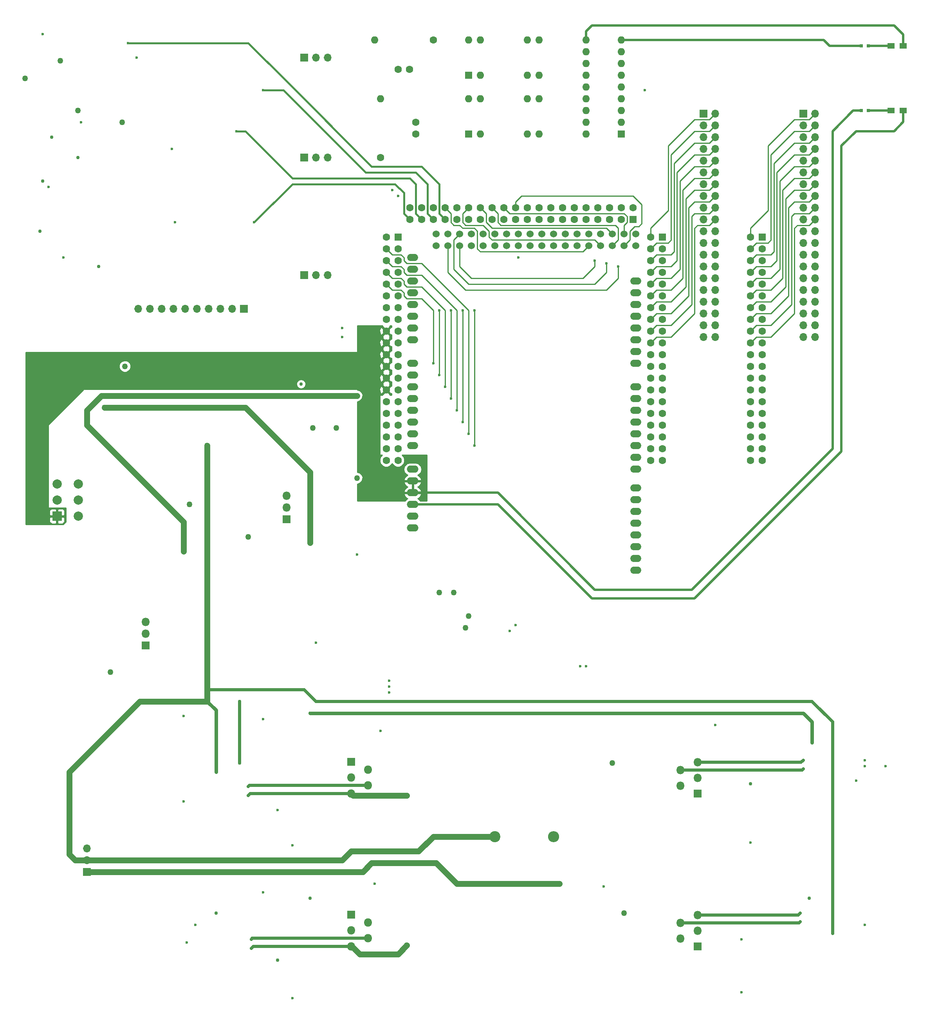
<source format=gbr>
G04 #@! TF.FileFunction,Copper,L4,Bot,Signal*
%FSLAX46Y46*%
G04 Gerber Fmt 4.6, Leading zero omitted, Abs format (unit mm)*
G04 Created by KiCad (PCBNEW 4.0.6) date 07/21/17 01:23:24*
%MOMM*%
%LPD*%
G01*
G04 APERTURE LIST*
%ADD10C,0.100000*%
%ADD11O,2.400000X1.524000*%
%ADD12O,2.540000X1.524000*%
%ADD13C,1.524000*%
%ADD14R,1.600200X1.600200*%
%ADD15C,1.600200*%
%ADD16R,1.700000X1.700000*%
%ADD17O,1.700000X1.700000*%
%ADD18R,2.000000X2.000000*%
%ADD19C,2.000000*%
%ADD20C,1.600000*%
%ADD21R,0.800000X0.800000*%
%ADD22O,1.600000X1.600000*%
%ADD23R,1.500000X1.300000*%
%ADD24C,2.400000*%
%ADD25O,2.400000X2.400000*%
%ADD26R,1.800000X1.800000*%
%ADD27O,1.800000X1.800000*%
%ADD28R,1.600000X1.600000*%
%ADD29C,0.762000*%
%ADD30C,1.270000*%
%ADD31C,0.600000*%
%ADD32C,0.635000*%
%ADD33C,0.508000*%
%ADD34C,1.270000*%
%ADD35C,0.762000*%
%ADD36C,0.381000*%
%ADD37C,0.254000*%
G04 APERTURE END LIST*
D10*
D11*
X144145000Y-92075000D03*
X144145000Y-89535000D03*
X144145000Y-86995000D03*
X144145000Y-84455000D03*
X144145000Y-81915000D03*
X144145000Y-79375000D03*
X144145000Y-76835000D03*
X144145000Y-74295000D03*
X95885000Y-69215000D03*
X95885000Y-71755000D03*
X95885000Y-74295000D03*
X95885000Y-76835000D03*
X95885000Y-86995000D03*
X95885000Y-92075000D03*
X95885000Y-94615000D03*
X95885000Y-84455000D03*
X95885000Y-81915000D03*
X95885000Y-79375000D03*
X95885000Y-97155000D03*
X95885000Y-99695000D03*
X95885000Y-102235000D03*
X95885000Y-109855000D03*
X95885000Y-107315000D03*
X95885000Y-104775000D03*
D12*
X95885000Y-114935000D03*
X95885000Y-117475000D03*
X95885000Y-120015000D03*
X95885000Y-125095000D03*
X95885000Y-127635000D03*
D11*
X144145000Y-97155000D03*
X144145000Y-99695000D03*
X144145000Y-102235000D03*
X144145000Y-104775000D03*
X144145000Y-107315000D03*
X144145000Y-109855000D03*
X144145000Y-112395000D03*
X144145000Y-114935000D03*
X144145000Y-118999000D03*
X144145000Y-121539000D03*
X144145000Y-124079000D03*
X144145000Y-126619000D03*
X144145000Y-129159000D03*
X144145000Y-131699000D03*
X144145000Y-134239000D03*
X144145000Y-136779000D03*
D12*
X95885000Y-122555000D03*
D13*
X141605000Y-66675000D03*
X141605000Y-64135000D03*
X139065000Y-66675000D03*
X139065000Y-64135000D03*
X136525000Y-66675000D03*
X136525000Y-64135000D03*
X133985000Y-66675000D03*
X133985000Y-64135000D03*
X144145000Y-66675000D03*
X144145000Y-64135000D03*
X131445000Y-64135000D03*
X131445000Y-66675000D03*
X128905000Y-66675000D03*
X128905000Y-64135000D03*
X126365000Y-66675000D03*
X126365000Y-64135000D03*
X123825000Y-66675000D03*
X123825000Y-64135000D03*
X121285000Y-66675000D03*
X121285000Y-64135000D03*
X118745000Y-66675000D03*
X118745000Y-64135000D03*
X116205000Y-66675000D03*
X116205000Y-64135000D03*
X113665000Y-66675000D03*
X113665000Y-64135000D03*
X111125000Y-66675000D03*
X111125000Y-64135000D03*
X108585000Y-66675000D03*
X108585000Y-64135000D03*
X106045000Y-66675000D03*
X106045000Y-64135000D03*
X103505000Y-66675000D03*
X103505000Y-64135000D03*
X100965000Y-66675000D03*
X100965000Y-64135000D03*
D14*
X92710000Y-64770000D03*
D15*
X90170000Y-64770000D03*
X92710000Y-67310000D03*
X90170000Y-67310000D03*
X92710000Y-69850000D03*
X90170000Y-69850000D03*
X92710000Y-72390000D03*
X90170000Y-72390000D03*
X92710000Y-74930000D03*
X90170000Y-74930000D03*
X92710000Y-77470000D03*
X90170000Y-77470000D03*
X92710000Y-80010000D03*
X90170000Y-80010000D03*
X92710000Y-82550000D03*
X90170000Y-82550000D03*
X92710000Y-85090000D03*
X90170000Y-85090000D03*
X92710000Y-87630000D03*
X90170000Y-87630000D03*
X92710000Y-90170000D03*
X90170000Y-90170000D03*
X92710000Y-92710000D03*
X90170000Y-92710000D03*
X92710000Y-95250000D03*
X90170000Y-95250000D03*
X92710000Y-97790000D03*
X90170000Y-97790000D03*
X92710000Y-100330000D03*
X90170000Y-100330000D03*
X92710000Y-102870000D03*
X90170000Y-102870000D03*
X92710000Y-105410000D03*
X90170000Y-105410000D03*
X92710000Y-107950000D03*
X90170000Y-107950000D03*
X92710000Y-110490000D03*
X90170000Y-110490000D03*
X92710000Y-113030000D03*
X90170000Y-113030000D03*
D14*
X143510000Y-60960000D03*
D15*
X143510000Y-58420000D03*
X140970000Y-60960000D03*
X140970000Y-58420000D03*
X138430000Y-60960000D03*
X138430000Y-58420000D03*
X135890000Y-60960000D03*
X135890000Y-58420000D03*
X133350000Y-60960000D03*
X133350000Y-58420000D03*
X130810000Y-60960000D03*
X130810000Y-58420000D03*
X128270000Y-60960000D03*
X128270000Y-58420000D03*
X125730000Y-60960000D03*
X125730000Y-58420000D03*
X123190000Y-60960000D03*
X123190000Y-58420000D03*
X120650000Y-60960000D03*
X120650000Y-58420000D03*
X118110000Y-60960000D03*
X118110000Y-58420000D03*
X115570000Y-60960000D03*
X115570000Y-58420000D03*
X113030000Y-60960000D03*
X113030000Y-58420000D03*
X110490000Y-60960000D03*
X110490000Y-58420000D03*
X107950000Y-60960000D03*
X107950000Y-58420000D03*
X105410000Y-60960000D03*
X105410000Y-58420000D03*
X102870000Y-60960000D03*
X102870000Y-58420000D03*
X100330000Y-60960000D03*
X100330000Y-58420000D03*
X97790000Y-60960000D03*
X97790000Y-58420000D03*
X95250000Y-60960000D03*
X95250000Y-58420000D03*
D14*
X149860000Y-64770000D03*
D15*
X147320000Y-64770000D03*
X149860000Y-67310000D03*
X147320000Y-67310000D03*
X149860000Y-69850000D03*
X147320000Y-69850000D03*
X149860000Y-72390000D03*
X147320000Y-72390000D03*
X149860000Y-74930000D03*
X147320000Y-74930000D03*
X149860000Y-77470000D03*
X147320000Y-77470000D03*
X149860000Y-80010000D03*
X147320000Y-80010000D03*
X149860000Y-82550000D03*
X147320000Y-82550000D03*
X149860000Y-85090000D03*
X147320000Y-85090000D03*
X149860000Y-87630000D03*
X147320000Y-87630000D03*
X149860000Y-90170000D03*
X147320000Y-90170000D03*
X149860000Y-92710000D03*
X147320000Y-92710000D03*
X149860000Y-95250000D03*
X147320000Y-95250000D03*
X149860000Y-97790000D03*
X147320000Y-97790000D03*
X149860000Y-100330000D03*
X147320000Y-100330000D03*
X149860000Y-102870000D03*
X147320000Y-102870000D03*
X149860000Y-105410000D03*
X147320000Y-105410000D03*
X149860000Y-107950000D03*
X147320000Y-107950000D03*
X149860000Y-110490000D03*
X147320000Y-110490000D03*
X149860000Y-113030000D03*
X147320000Y-113030000D03*
D14*
X171450000Y-64770000D03*
D15*
X168910000Y-64770000D03*
X171450000Y-67310000D03*
X168910000Y-67310000D03*
X171450000Y-69850000D03*
X168910000Y-69850000D03*
X171450000Y-72390000D03*
X168910000Y-72390000D03*
X171450000Y-74930000D03*
X168910000Y-74930000D03*
X171450000Y-77470000D03*
X168910000Y-77470000D03*
X171450000Y-80010000D03*
X168910000Y-80010000D03*
X171450000Y-82550000D03*
X168910000Y-82550000D03*
X171450000Y-85090000D03*
X168910000Y-85090000D03*
X171450000Y-87630000D03*
X168910000Y-87630000D03*
X171450000Y-90170000D03*
X168910000Y-90170000D03*
X171450000Y-92710000D03*
X168910000Y-92710000D03*
X171450000Y-95250000D03*
X168910000Y-95250000D03*
X171450000Y-97790000D03*
X168910000Y-97790000D03*
X171450000Y-100330000D03*
X168910000Y-100330000D03*
X171450000Y-102870000D03*
X168910000Y-102870000D03*
X171450000Y-105410000D03*
X168910000Y-105410000D03*
X171450000Y-107950000D03*
X168910000Y-107950000D03*
X171450000Y-110490000D03*
X168910000Y-110490000D03*
X171450000Y-113030000D03*
X168910000Y-113030000D03*
D16*
X72390000Y-47625000D03*
D17*
X74930000Y-47625000D03*
X77470000Y-47625000D03*
D16*
X158750000Y-38100000D03*
D17*
X161290000Y-38100000D03*
X158750000Y-40640000D03*
X161290000Y-40640000D03*
X158750000Y-43180000D03*
X161290000Y-43180000D03*
X158750000Y-45720000D03*
X161290000Y-45720000D03*
X158750000Y-48260000D03*
X161290000Y-48260000D03*
X158750000Y-50800000D03*
X161290000Y-50800000D03*
X158750000Y-53340000D03*
X161290000Y-53340000D03*
X158750000Y-55880000D03*
X161290000Y-55880000D03*
X158750000Y-58420000D03*
X161290000Y-58420000D03*
X158750000Y-60960000D03*
X161290000Y-60960000D03*
X158750000Y-63500000D03*
X161290000Y-63500000D03*
X158750000Y-66040000D03*
X161290000Y-66040000D03*
X158750000Y-68580000D03*
X161290000Y-68580000D03*
X158750000Y-71120000D03*
X161290000Y-71120000D03*
X158750000Y-73660000D03*
X161290000Y-73660000D03*
X158750000Y-76200000D03*
X161290000Y-76200000D03*
X158750000Y-78740000D03*
X161290000Y-78740000D03*
X158750000Y-81280000D03*
X161290000Y-81280000D03*
X158750000Y-83820000D03*
X161290000Y-83820000D03*
X158750000Y-86360000D03*
X161290000Y-86360000D03*
D18*
X18972500Y-125102500D03*
D19*
X18972500Y-121602500D03*
X18972500Y-118102500D03*
X23572500Y-125102500D03*
X23572500Y-121602500D03*
X23572500Y-118102500D03*
D20*
X96520000Y-40005000D03*
X96520000Y-42505000D03*
X92710000Y-28575000D03*
X95210000Y-28575000D03*
D21*
X194475000Y-37465000D03*
X192875000Y-37465000D03*
X194475000Y-23495000D03*
X192875000Y-23495000D03*
D16*
X59372500Y-80327500D03*
D17*
X56832500Y-80327500D03*
X54292500Y-80327500D03*
X51752500Y-80327500D03*
X49212500Y-80327500D03*
X46672500Y-80327500D03*
X44132500Y-80327500D03*
X41592500Y-80327500D03*
X39052500Y-80327500D03*
X36512500Y-80327500D03*
D16*
X25400000Y-201930000D03*
D17*
X25400000Y-199390000D03*
X25400000Y-196850000D03*
D20*
X88900000Y-47625000D03*
D22*
X88900000Y-34925000D03*
D20*
X100330000Y-22225000D03*
D22*
X87630000Y-22225000D03*
D23*
X202010000Y-37465000D03*
X199310000Y-37465000D03*
X202010000Y-23495000D03*
X199310000Y-23495000D03*
D24*
X113665000Y-194310000D03*
D25*
X126365000Y-194310000D03*
D26*
X68580000Y-125730000D03*
D27*
X68580000Y-123190000D03*
X68580000Y-120650000D03*
D26*
X38100000Y-153035000D03*
D27*
X38100000Y-150495000D03*
X38100000Y-147955000D03*
D28*
X140970000Y-42545000D03*
D22*
X133350000Y-22225000D03*
X140970000Y-40005000D03*
X133350000Y-24765000D03*
X140970000Y-37465000D03*
X133350000Y-27305000D03*
X140970000Y-34925000D03*
X133350000Y-29845000D03*
X140970000Y-32385000D03*
X133350000Y-32385000D03*
X140970000Y-29845000D03*
X133350000Y-34925000D03*
X140970000Y-27305000D03*
X133350000Y-37465000D03*
X140970000Y-24765000D03*
X133350000Y-40005000D03*
X140970000Y-22225000D03*
X133350000Y-42545000D03*
D28*
X107950000Y-42545000D03*
D22*
X123190000Y-34925000D03*
X110490000Y-42545000D03*
X120650000Y-34925000D03*
X120650000Y-42545000D03*
X110490000Y-34925000D03*
X123190000Y-42545000D03*
X107950000Y-34925000D03*
D28*
X107950000Y-29845000D03*
D22*
X123190000Y-22225000D03*
X110490000Y-29845000D03*
X120650000Y-22225000D03*
X120650000Y-29845000D03*
X110490000Y-22225000D03*
X123190000Y-29845000D03*
X107950000Y-22225000D03*
D16*
X72390000Y-73025000D03*
D17*
X74930000Y-73025000D03*
X77470000Y-73025000D03*
D16*
X72390000Y-26035000D03*
D17*
X74930000Y-26035000D03*
X77470000Y-26035000D03*
D16*
X180340000Y-38100000D03*
D17*
X182880000Y-38100000D03*
X180340000Y-40640000D03*
X182880000Y-40640000D03*
X180340000Y-43180000D03*
X182880000Y-43180000D03*
X180340000Y-45720000D03*
X182880000Y-45720000D03*
X180340000Y-48260000D03*
X182880000Y-48260000D03*
X180340000Y-50800000D03*
X182880000Y-50800000D03*
X180340000Y-53340000D03*
X182880000Y-53340000D03*
X180340000Y-55880000D03*
X182880000Y-55880000D03*
X180340000Y-58420000D03*
X182880000Y-58420000D03*
X180340000Y-60960000D03*
X182880000Y-60960000D03*
X180340000Y-63500000D03*
X182880000Y-63500000D03*
X180340000Y-66040000D03*
X182880000Y-66040000D03*
X180340000Y-68580000D03*
X182880000Y-68580000D03*
X180340000Y-71120000D03*
X182880000Y-71120000D03*
X180340000Y-73660000D03*
X182880000Y-73660000D03*
X180340000Y-76200000D03*
X182880000Y-76200000D03*
X180340000Y-78740000D03*
X182880000Y-78740000D03*
X180340000Y-81280000D03*
X182880000Y-81280000D03*
X180340000Y-83820000D03*
X182880000Y-83820000D03*
X180340000Y-86360000D03*
X182880000Y-86360000D03*
D26*
X82550000Y-178181000D03*
D27*
X86250000Y-179881000D03*
X82550000Y-181581000D03*
X86250000Y-183281000D03*
X82550000Y-184981000D03*
D26*
X82550000Y-211201000D03*
D27*
X86250000Y-212901000D03*
X82550000Y-214601000D03*
X86250000Y-216301000D03*
X82550000Y-218001000D03*
D26*
X157480000Y-218059000D03*
D27*
X153780000Y-216359000D03*
X157480000Y-214659000D03*
X153780000Y-212959000D03*
X157480000Y-211259000D03*
D26*
X157480000Y-185039000D03*
D27*
X153780000Y-183339000D03*
X157480000Y-181639000D03*
X153780000Y-179939000D03*
X157480000Y-178239000D03*
D29*
X58420000Y-165100000D03*
X73660000Y-207645000D03*
X71755000Y-96520000D03*
D30*
X23495000Y-37465000D03*
D29*
X23495000Y-47625000D03*
X27940000Y-71120000D03*
D30*
X47625000Y-122555000D03*
D31*
X167005000Y-216535000D03*
D29*
X168910000Y-182880000D03*
X58420000Y-178435000D03*
D31*
X137160000Y-205105000D03*
X83820000Y-133350000D03*
X168910000Y-195580000D03*
X167005000Y-227965000D03*
X63500000Y-206375000D03*
X44450000Y-61595000D03*
X43815000Y-45720000D03*
X36195000Y-26035000D03*
X74930000Y-152400000D03*
X161290000Y-170180000D03*
X193675000Y-213360000D03*
X191770000Y-182245000D03*
X48895000Y-213360000D03*
X69850000Y-229235000D03*
X69850000Y-196215000D03*
X63500000Y-168910000D03*
X46355000Y-168275000D03*
X20320000Y-69215000D03*
X17145000Y-53975000D03*
X24130000Y-40005000D03*
X15875000Y-20955000D03*
D30*
X30480000Y-158750000D03*
X60325000Y-129540000D03*
X83820000Y-99060000D03*
D29*
X15875000Y-52705000D03*
D30*
X12065000Y-30480000D03*
D29*
X17780000Y-43180000D03*
X15240000Y-63500000D03*
D30*
X46355000Y-132715000D03*
D29*
X73660000Y-167640000D03*
X182245000Y-173990000D03*
X181610000Y-207645000D03*
D31*
X66675000Y-188595000D03*
D29*
X66675000Y-220980000D03*
X53340000Y-174625000D03*
D30*
X83820000Y-116840000D03*
D31*
X146050000Y-33020000D03*
D29*
X53340000Y-210820000D03*
D30*
X51435000Y-109855000D03*
D29*
X186690000Y-182880000D03*
D31*
X186690000Y-215265000D03*
D29*
X53340000Y-180340000D03*
D30*
X94615000Y-185420000D03*
X79375000Y-106045000D03*
X101600000Y-141605000D03*
D31*
X60325000Y-185420000D03*
D30*
X94615000Y-217805000D03*
X104775000Y-141605000D03*
D31*
X60960000Y-218440000D03*
D30*
X107315000Y-149225000D03*
X74295000Y-106045000D03*
X141605000Y-210820000D03*
D31*
X179705000Y-212725000D03*
D30*
X107950000Y-146685000D03*
X139065000Y-178435000D03*
D31*
X180340000Y-179705000D03*
D30*
X19685000Y-26670000D03*
X33655000Y-92710000D03*
X33020000Y-40005000D03*
X73660000Y-130810000D03*
X29210000Y-101600000D03*
D31*
X34290000Y-22860000D03*
X63500000Y-33020000D03*
X57785000Y-41910000D03*
X61595000Y-61595000D03*
X92710000Y-55880000D03*
X91440000Y-54610000D03*
X137795000Y-70485000D03*
X118110000Y-148590000D03*
X90805000Y-163195000D03*
X140335000Y-71120000D03*
X116840000Y-149860000D03*
X193675000Y-179070000D03*
X198120000Y-179070000D03*
X90805000Y-161925000D03*
X46355000Y-186690000D03*
X46990000Y-217170000D03*
X90805000Y-160655000D03*
X193662300Y-177787300D03*
X109220000Y-109855000D03*
X109220000Y-80645000D03*
X107950000Y-107315000D03*
X106680000Y-104775000D03*
X106680000Y-80645000D03*
X105410000Y-102235000D03*
X104140000Y-99695000D03*
X104140000Y-80645000D03*
X102870000Y-97155000D03*
X101600000Y-94615000D03*
X101600000Y-80645000D03*
X100330000Y-92075000D03*
X118745000Y-69215000D03*
X80645000Y-84455000D03*
X80645000Y-86360000D03*
X133350000Y-157480000D03*
X132080000Y-157480000D03*
X88900000Y-171450000D03*
X87630000Y-204470000D03*
D30*
X127635000Y-204470000D03*
X123190000Y-204470000D03*
D31*
X60325000Y-183515000D03*
X60960000Y-216535000D03*
X180340000Y-177800000D03*
X179705000Y-210820000D03*
X135255000Y-69850000D03*
D32*
X58420000Y-166370000D02*
X58420000Y-178435000D01*
X58420000Y-166370000D02*
X58420000Y-165100000D01*
D33*
X140970000Y-22225000D02*
X184785000Y-22225000D01*
X186055000Y-23495000D02*
X192875000Y-23495000D01*
X184785000Y-22225000D02*
X186055000Y-23495000D01*
D34*
X46355000Y-126365000D02*
X25400000Y-105410000D01*
X25400000Y-105410000D02*
X25400000Y-102235000D01*
X25400000Y-102235000D02*
X28575000Y-99060000D01*
X28575000Y-99060000D02*
X71120000Y-99060000D01*
X46355000Y-126365000D02*
X46355000Y-132715000D01*
X83820000Y-99060000D02*
X71120000Y-99060000D01*
D35*
X182245000Y-173990000D02*
X182245000Y-169545000D01*
X180340000Y-167640000D02*
X73660000Y-167640000D01*
X182245000Y-169545000D02*
X180340000Y-167640000D01*
D33*
X202010000Y-23495000D02*
X202010000Y-21035000D01*
X133350000Y-20320000D02*
X133350000Y-22225000D01*
X134620000Y-19050000D02*
X133350000Y-20320000D01*
X200025000Y-19050000D02*
X134620000Y-19050000D01*
X202010000Y-21035000D02*
X200025000Y-19050000D01*
D34*
X113665000Y-194310000D02*
X100330000Y-194310000D01*
X80645000Y-199390000D02*
X25400000Y-199390000D01*
X82550000Y-197485000D02*
X80645000Y-199390000D01*
X97155000Y-197485000D02*
X82550000Y-197485000D01*
X100330000Y-194310000D02*
X97155000Y-197485000D01*
X51435000Y-165100000D02*
X36830000Y-165100000D01*
X36830000Y-165100000D02*
X21590000Y-180340000D01*
X21590000Y-180340000D02*
X21590000Y-198120000D01*
X21590000Y-198120000D02*
X22860000Y-199390000D01*
X22860000Y-199390000D02*
X25400000Y-199390000D01*
D32*
X74930000Y-165100000D02*
X72390000Y-162560000D01*
X72390000Y-162560000D02*
X51435000Y-162560000D01*
X186690000Y-182880000D02*
X186690000Y-169545000D01*
X182245000Y-165100000D02*
X74930000Y-165100000D01*
X186690000Y-169545000D02*
X182245000Y-165100000D01*
X186690000Y-215265000D02*
X186690000Y-182880000D01*
D35*
X53340000Y-180340000D02*
X53340000Y-174625000D01*
X53340000Y-174625000D02*
X53340000Y-167005000D01*
X53340000Y-167005000D02*
X51435000Y-165100000D01*
D34*
X51435000Y-165100000D02*
X51435000Y-162560000D01*
X51435000Y-162560000D02*
X51435000Y-109855000D01*
X94615000Y-185420000D02*
X82989000Y-185420000D01*
X82989000Y-185420000D02*
X82550000Y-184981000D01*
D32*
X60764000Y-184981000D02*
X82550000Y-184981000D01*
X60325000Y-185420000D02*
X60764000Y-184981000D01*
D34*
X82550000Y-218001000D02*
X82746000Y-218001000D01*
X82746000Y-218001000D02*
X84455000Y-219710000D01*
X92710000Y-219710000D02*
X94615000Y-217805000D01*
X84455000Y-219710000D02*
X92710000Y-219710000D01*
D32*
X60960000Y-218440000D02*
X61399000Y-218001000D01*
X61399000Y-218001000D02*
X82550000Y-218001000D01*
X179705000Y-212725000D02*
X179471000Y-212959000D01*
X179471000Y-212959000D02*
X153780000Y-212959000D01*
X180340000Y-179705000D02*
X180106000Y-179939000D01*
X180106000Y-179939000D02*
X153780000Y-179939000D01*
D34*
X73660000Y-130810000D02*
X73660000Y-115570000D01*
X73660000Y-115570000D02*
X59690000Y-101600000D01*
X59690000Y-101600000D02*
X29210000Y-101600000D01*
D33*
X192875000Y-37465000D02*
X191135000Y-37465000D01*
X114300000Y-120015000D02*
X95885000Y-120015000D01*
X135255000Y-140970000D02*
X114300000Y-120015000D01*
X156210000Y-140970000D02*
X135255000Y-140970000D01*
X186690000Y-110490000D02*
X156210000Y-140970000D01*
X186690000Y-41910000D02*
X186690000Y-110490000D01*
X191135000Y-37465000D02*
X186690000Y-41910000D01*
D36*
X68580000Y-31115000D02*
X60325000Y-22860000D01*
X58420000Y-22860000D02*
X34290000Y-22860000D01*
X92075000Y-49530000D02*
X86995000Y-49530000D01*
X97790000Y-49530000D02*
X92075000Y-49530000D01*
X102870000Y-60960000D02*
X101600000Y-59690000D01*
X101600000Y-59690000D02*
X101600000Y-53340000D01*
X101600000Y-53340000D02*
X97790000Y-49530000D01*
X86995000Y-49530000D02*
X68580000Y-31115000D01*
X60325000Y-22860000D02*
X58420000Y-22860000D01*
X92075000Y-50800000D02*
X85725000Y-50800000D01*
X96520000Y-50800000D02*
X92075000Y-50800000D01*
X100330000Y-60960000D02*
X99060000Y-59690000D01*
X99060000Y-59690000D02*
X99060000Y-53340000D01*
X99060000Y-53340000D02*
X96520000Y-50800000D01*
X67945000Y-33020000D02*
X63500000Y-33020000D01*
X85725000Y-50800000D02*
X67945000Y-33020000D01*
X92075000Y-52070000D02*
X69850000Y-52070000D01*
X95250000Y-52070000D02*
X92075000Y-52070000D01*
X97790000Y-60960000D02*
X96520000Y-59690000D01*
X96520000Y-59690000D02*
X96520000Y-53340000D01*
X96520000Y-53340000D02*
X95250000Y-52070000D01*
X59690000Y-41910000D02*
X57785000Y-41910000D01*
X69850000Y-52070000D02*
X59690000Y-41910000D01*
X93980000Y-59690000D02*
X95250000Y-60960000D01*
X93980000Y-59690000D02*
X93980000Y-55245000D01*
X92075000Y-53340000D02*
X93980000Y-55245000D01*
X69850000Y-53340000D02*
X92075000Y-53340000D01*
X69850000Y-53340000D02*
X61595000Y-61595000D01*
D37*
X161290000Y-38100000D02*
X160020000Y-39370000D01*
X156845000Y-39370000D02*
X151130000Y-45085000D01*
X160020000Y-39370000D02*
X156845000Y-39370000D01*
X147320000Y-64770000D02*
X147320000Y-62865000D01*
X147320000Y-62865000D02*
X151130000Y-59055000D01*
X151130000Y-59055000D02*
X151130000Y-45085000D01*
X161290000Y-40640000D02*
X160020000Y-41910000D01*
X156845000Y-41910000D02*
X151765000Y-46990000D01*
X160020000Y-41910000D02*
X156845000Y-41910000D01*
X148590000Y-66040000D02*
X147320000Y-67310000D01*
X151130000Y-66040000D02*
X148590000Y-66040000D01*
X151765000Y-65405000D02*
X151130000Y-66040000D01*
X151765000Y-46990000D02*
X151765000Y-65405000D01*
X161290000Y-43180000D02*
X160020000Y-44450000D01*
X156845000Y-44450000D02*
X152400000Y-48895000D01*
X160020000Y-44450000D02*
X156845000Y-44450000D01*
X147320000Y-69850000D02*
X148590000Y-68580000D01*
X148590000Y-68580000D02*
X151765000Y-68580000D01*
X151765000Y-68580000D02*
X152400000Y-67945000D01*
X152400000Y-67945000D02*
X152400000Y-48895000D01*
X161290000Y-45720000D02*
X160020000Y-46990000D01*
X156845000Y-46990000D02*
X153035000Y-50800000D01*
X160020000Y-46990000D02*
X156845000Y-46990000D01*
X148590000Y-71120000D02*
X147320000Y-72390000D01*
X151765000Y-71120000D02*
X148590000Y-71120000D01*
X153035000Y-69850000D02*
X151765000Y-71120000D01*
X153035000Y-50800000D02*
X153035000Y-69850000D01*
X161290000Y-48260000D02*
X160020000Y-49530000D01*
X156845000Y-49530000D02*
X153670000Y-52705000D01*
X160020000Y-49530000D02*
X156845000Y-49530000D01*
X147320000Y-74930000D02*
X148590000Y-73660000D01*
X148590000Y-73660000D02*
X151765000Y-73660000D01*
X151765000Y-73660000D02*
X153670000Y-71755000D01*
X153670000Y-71755000D02*
X153670000Y-52705000D01*
X161290000Y-50800000D02*
X160020000Y-52070000D01*
X156845000Y-52070000D02*
X154305000Y-54610000D01*
X160020000Y-52070000D02*
X156845000Y-52070000D01*
X148590000Y-76200000D02*
X147320000Y-77470000D01*
X151765000Y-76200000D02*
X148590000Y-76200000D01*
X154305000Y-73660000D02*
X151765000Y-76200000D01*
X154305000Y-54610000D02*
X154305000Y-73660000D01*
X161290000Y-53340000D02*
X160020000Y-54610000D01*
X156845000Y-54610000D02*
X154940000Y-56515000D01*
X160020000Y-54610000D02*
X156845000Y-54610000D01*
X147320000Y-80010000D02*
X148590000Y-78740000D01*
X148590000Y-78740000D02*
X151765000Y-78740000D01*
X151765000Y-78740000D02*
X154940000Y-75565000D01*
X154940000Y-75565000D02*
X154940000Y-56515000D01*
X161290000Y-55880000D02*
X160020000Y-57150000D01*
X156845000Y-57150000D02*
X155575000Y-58420000D01*
X160020000Y-57150000D02*
X156845000Y-57150000D01*
X148590000Y-81280000D02*
X147320000Y-82550000D01*
X151765000Y-81280000D02*
X148590000Y-81280000D01*
X155575000Y-77470000D02*
X151765000Y-81280000D01*
X155575000Y-58420000D02*
X155575000Y-77470000D01*
X156210000Y-60325000D02*
X156845000Y-59690000D01*
X160020000Y-59690000D02*
X161290000Y-58420000D01*
X156845000Y-59690000D02*
X160020000Y-59690000D01*
X147320000Y-85090000D02*
X148590000Y-83820000D01*
X156210000Y-79375000D02*
X156210000Y-60325000D01*
X151765000Y-83820000D02*
X156210000Y-79375000D01*
X148590000Y-83820000D02*
X151765000Y-83820000D01*
X156845000Y-62865000D02*
X157480000Y-62230000D01*
X160020000Y-62230000D02*
X161290000Y-60960000D01*
X157480000Y-62230000D02*
X160020000Y-62230000D01*
X148590000Y-86360000D02*
X147320000Y-87630000D01*
X151765000Y-86360000D02*
X148590000Y-86360000D01*
X156845000Y-81280000D02*
X151765000Y-86360000D01*
X156845000Y-62865000D02*
X156845000Y-81280000D01*
X168910000Y-64770000D02*
X168910000Y-62865000D01*
X181610000Y-39370000D02*
X182880000Y-38100000D01*
X178435000Y-39370000D02*
X181610000Y-39370000D01*
X172720000Y-45085000D02*
X178435000Y-39370000D01*
X172720000Y-59055000D02*
X172720000Y-45085000D01*
X168910000Y-62865000D02*
X172720000Y-59055000D01*
X182880000Y-40640000D02*
X181610000Y-41910000D01*
X170180000Y-66040000D02*
X168910000Y-67310000D01*
X172720000Y-66040000D02*
X170180000Y-66040000D01*
X173355000Y-65405000D02*
X172720000Y-66040000D01*
X173355000Y-46990000D02*
X173355000Y-65405000D01*
X178435000Y-41910000D02*
X173355000Y-46990000D01*
X181610000Y-41910000D02*
X178435000Y-41910000D01*
X168910000Y-69850000D02*
X170180000Y-68580000D01*
X181610000Y-44450000D02*
X182880000Y-43180000D01*
X178435000Y-44450000D02*
X181610000Y-44450000D01*
X173990000Y-48895000D02*
X178435000Y-44450000D01*
X173990000Y-67945000D02*
X173990000Y-48895000D01*
X173355000Y-68580000D02*
X173990000Y-67945000D01*
X170180000Y-68580000D02*
X173355000Y-68580000D01*
X182880000Y-45720000D02*
X181610000Y-46990000D01*
X170180000Y-71120000D02*
X168910000Y-72390000D01*
X173355000Y-71120000D02*
X170180000Y-71120000D01*
X174625000Y-69850000D02*
X173355000Y-71120000D01*
X174625000Y-50800000D02*
X174625000Y-69850000D01*
X178435000Y-46990000D02*
X174625000Y-50800000D01*
X181610000Y-46990000D02*
X178435000Y-46990000D01*
X168910000Y-74930000D02*
X170180000Y-73660000D01*
X181610000Y-49530000D02*
X182880000Y-48260000D01*
X178435000Y-49530000D02*
X181610000Y-49530000D01*
X175260000Y-52705000D02*
X178435000Y-49530000D01*
X175260000Y-71755000D02*
X175260000Y-52705000D01*
X173355000Y-73660000D02*
X175260000Y-71755000D01*
X170180000Y-73660000D02*
X173355000Y-73660000D01*
X182880000Y-50800000D02*
X181610000Y-52070000D01*
X170180000Y-76200000D02*
X168910000Y-77470000D01*
X173355000Y-76200000D02*
X170180000Y-76200000D01*
X175895000Y-73660000D02*
X173355000Y-76200000D01*
X175895000Y-54610000D02*
X175895000Y-73660000D01*
X178435000Y-52070000D02*
X175895000Y-54610000D01*
X181610000Y-52070000D02*
X178435000Y-52070000D01*
X168910000Y-80010000D02*
X170180000Y-78740000D01*
X181610000Y-54610000D02*
X182880000Y-53340000D01*
X178435000Y-54610000D02*
X181610000Y-54610000D01*
X176530000Y-56515000D02*
X178435000Y-54610000D01*
X176530000Y-75565000D02*
X176530000Y-56515000D01*
X173355000Y-78740000D02*
X176530000Y-75565000D01*
X170180000Y-78740000D02*
X173355000Y-78740000D01*
X182880000Y-55880000D02*
X181610000Y-57150000D01*
X170180000Y-81280000D02*
X168910000Y-82550000D01*
X173355000Y-81280000D02*
X170180000Y-81280000D01*
X177165000Y-77470000D02*
X173355000Y-81280000D01*
X177165000Y-58420000D02*
X177165000Y-77470000D01*
X178435000Y-57150000D02*
X177165000Y-58420000D01*
X181610000Y-57150000D02*
X178435000Y-57150000D01*
X168910000Y-85090000D02*
X170180000Y-83820000D01*
X181610000Y-59690000D02*
X182880000Y-58420000D01*
X178435000Y-59690000D02*
X181610000Y-59690000D01*
X177800000Y-60325000D02*
X178435000Y-59690000D01*
X177800000Y-79375000D02*
X177800000Y-60325000D01*
X173355000Y-83820000D02*
X177800000Y-79375000D01*
X170180000Y-83820000D02*
X173355000Y-83820000D01*
X182880000Y-60960000D02*
X181610000Y-62230000D01*
X170180000Y-86360000D02*
X168910000Y-87630000D01*
X173355000Y-86360000D02*
X170180000Y-86360000D01*
X178435000Y-81280000D02*
X173355000Y-86360000D01*
X178435000Y-62865000D02*
X178435000Y-81280000D01*
X179070000Y-62230000D02*
X178435000Y-62865000D01*
X181610000Y-62230000D02*
X179070000Y-62230000D01*
X106045000Y-64135000D02*
X104775000Y-65405000D01*
X137795000Y-72390000D02*
X137795000Y-70485000D01*
X135255000Y-74930000D02*
X137795000Y-72390000D01*
X107950000Y-74930000D02*
X135255000Y-74930000D01*
X104775000Y-71755000D02*
X107950000Y-74930000D01*
X104775000Y-65405000D02*
X104775000Y-71755000D01*
X103505000Y-66675000D02*
X103505000Y-72390000D01*
X140335000Y-73660000D02*
X140335000Y-71120000D01*
X137795000Y-76200000D02*
X140335000Y-73660000D01*
X107315000Y-76200000D02*
X137795000Y-76200000D01*
X103505000Y-72390000D02*
X107315000Y-76200000D01*
X109220000Y-89535000D02*
X109220000Y-80645000D01*
X109220000Y-109855000D02*
X109220000Y-89535000D01*
X107950000Y-89535000D02*
X107950000Y-80645000D01*
X107950000Y-107315000D02*
X107950000Y-89535000D01*
X91440000Y-68580000D02*
X90170000Y-67310000D01*
X93345000Y-68580000D02*
X91440000Y-68580000D01*
X93980000Y-69215000D02*
X93345000Y-68580000D01*
X93980000Y-69850000D02*
X93980000Y-69215000D01*
X94615000Y-70485000D02*
X93980000Y-69850000D01*
X97790000Y-70485000D02*
X94615000Y-70485000D01*
X107950000Y-80645000D02*
X97790000Y-70485000D01*
X106680000Y-89535000D02*
X106680000Y-80645000D01*
X106680000Y-104775000D02*
X106680000Y-89535000D01*
X105410000Y-89535000D02*
X105410000Y-80645000D01*
X105410000Y-102235000D02*
X105410000Y-89535000D01*
X91440000Y-71120000D02*
X90170000Y-69850000D01*
X93345000Y-71120000D02*
X91440000Y-71120000D01*
X93980000Y-71755000D02*
X93345000Y-71120000D01*
X93980000Y-72390000D02*
X93980000Y-71755000D01*
X94615000Y-73025000D02*
X93980000Y-72390000D01*
X97790000Y-73025000D02*
X94615000Y-73025000D01*
X105410000Y-80645000D02*
X97790000Y-73025000D01*
X104140000Y-89535000D02*
X104140000Y-80645000D01*
X104140000Y-99695000D02*
X104140000Y-89535000D01*
X102870000Y-89535000D02*
X102870000Y-80645000D01*
X102870000Y-97155000D02*
X102870000Y-89535000D01*
X91440000Y-73660000D02*
X90170000Y-72390000D01*
X93345000Y-73660000D02*
X91440000Y-73660000D01*
X93980000Y-74295000D02*
X93345000Y-73660000D01*
X93980000Y-74930000D02*
X93980000Y-74295000D01*
X94615000Y-75565000D02*
X93980000Y-74930000D01*
X97790000Y-75565000D02*
X94615000Y-75565000D01*
X102870000Y-80645000D02*
X97790000Y-75565000D01*
X101600000Y-89535000D02*
X101600000Y-80645000D01*
X101600000Y-94615000D02*
X101600000Y-89535000D01*
X100330000Y-89535000D02*
X100330000Y-80645000D01*
X100330000Y-92075000D02*
X100330000Y-89535000D01*
X91440000Y-76200000D02*
X90170000Y-74930000D01*
X93345000Y-76200000D02*
X91440000Y-76200000D01*
X93980000Y-76835000D02*
X93345000Y-76200000D01*
X93980000Y-77470000D02*
X93980000Y-76835000D01*
X94615000Y-78105000D02*
X93980000Y-77470000D01*
X97790000Y-78105000D02*
X94615000Y-78105000D01*
X100330000Y-80645000D02*
X97790000Y-78105000D01*
X142875000Y-63500000D02*
X143891000Y-62484000D01*
X119380000Y-55880000D02*
X118110000Y-57150000D01*
X118110000Y-58420000D02*
X118110000Y-57150000D01*
X142875000Y-65405000D02*
X141605000Y-66675000D01*
X143510000Y-55880000D02*
X120650000Y-55880000D01*
X145415000Y-57785000D02*
X143510000Y-55880000D01*
X145415000Y-60960000D02*
X145415000Y-57785000D01*
X142875000Y-65405000D02*
X142875000Y-63500000D01*
X120650000Y-55880000D02*
X119380000Y-55880000D01*
X145415000Y-61849000D02*
X145415000Y-60960000D01*
X144780000Y-62484000D02*
X145415000Y-61849000D01*
X143891000Y-62484000D02*
X144780000Y-62484000D01*
X141605000Y-64135000D02*
X141605000Y-62230000D01*
X116840000Y-59690000D02*
X115570000Y-58420000D01*
X141605000Y-59690000D02*
X116840000Y-59690000D01*
X142240000Y-60325000D02*
X141605000Y-59690000D01*
X142240000Y-61595000D02*
X142240000Y-60325000D01*
X141605000Y-62230000D02*
X142240000Y-61595000D01*
X139065000Y-66675000D02*
X140335000Y-65405000D01*
X114300000Y-59690000D02*
X113030000Y-58420000D01*
X114300000Y-61595000D02*
X114300000Y-59690000D01*
X114935000Y-62230000D02*
X114300000Y-61595000D01*
X139700000Y-62230000D02*
X114935000Y-62230000D01*
X140335000Y-62865000D02*
X139700000Y-62230000D01*
X140335000Y-65405000D02*
X140335000Y-62865000D01*
X139065000Y-64135000D02*
X137795000Y-62865000D01*
X111760000Y-59690000D02*
X110490000Y-58420000D01*
X111760000Y-61595000D02*
X111760000Y-59690000D01*
X113030000Y-62865000D02*
X111760000Y-61595000D01*
X137795000Y-62865000D02*
X113030000Y-62865000D01*
X107445998Y-62230000D02*
X107315000Y-62230000D01*
X135255000Y-65405000D02*
X113030000Y-65405000D01*
X113030000Y-65405000D02*
X112395000Y-64770000D01*
X112395000Y-64770000D02*
X112395000Y-63500000D01*
X112395000Y-63500000D02*
X111125000Y-62230000D01*
X111125000Y-62230000D02*
X107445998Y-62230000D01*
X136525000Y-66675000D02*
X135255000Y-65405000D01*
X106680000Y-59690000D02*
X107950000Y-58420000D01*
X106680000Y-61595000D02*
X106680000Y-59690000D01*
X107315000Y-62230000D02*
X106680000Y-61595000D01*
X133985000Y-66675000D02*
X132715000Y-67945000D01*
X104140000Y-59690000D02*
X102870000Y-58420000D01*
X104140000Y-61595000D02*
X104140000Y-59690000D01*
X104775000Y-62230000D02*
X104140000Y-61595000D01*
X106045000Y-62230000D02*
X104775000Y-62230000D01*
X106680000Y-62865000D02*
X106045000Y-62230000D01*
X109220000Y-62865000D02*
X106680000Y-62865000D01*
X109855000Y-63500000D02*
X109220000Y-62865000D01*
X109855000Y-67310000D02*
X109855000Y-63500000D01*
X110490000Y-67945000D02*
X109855000Y-67310000D01*
X132715000Y-67945000D02*
X110490000Y-67945000D01*
D33*
X202010000Y-37465000D02*
X202010000Y-39925000D01*
X114300000Y-122555000D02*
X95885000Y-122555000D01*
X134620000Y-142875000D02*
X114300000Y-122555000D01*
X156845000Y-142875000D02*
X134620000Y-142875000D01*
X188595000Y-111125000D02*
X156845000Y-142875000D01*
X188595000Y-45085000D02*
X188595000Y-111125000D01*
X191770000Y-41910000D02*
X188595000Y-45085000D01*
X200025000Y-41910000D02*
X191770000Y-41910000D01*
X202010000Y-39925000D02*
X200025000Y-41910000D01*
D34*
X123190000Y-204470000D02*
X127635000Y-204470000D01*
X25400000Y-201930000D02*
X85090000Y-201930000D01*
X105410000Y-204470000D02*
X123190000Y-204470000D01*
X100965000Y-200025000D02*
X105410000Y-204470000D01*
X86995000Y-200025000D02*
X100965000Y-200025000D01*
X85090000Y-201930000D02*
X86995000Y-200025000D01*
D32*
X60559000Y-183281000D02*
X86250000Y-183281000D01*
X60325000Y-183515000D02*
X60559000Y-183281000D01*
X61194000Y-216301000D02*
X86250000Y-216301000D01*
X60960000Y-216535000D02*
X61194000Y-216301000D01*
X180340000Y-177800000D02*
X179901000Y-178239000D01*
X179901000Y-178239000D02*
X157480000Y-178239000D01*
X179705000Y-210820000D02*
X179266000Y-211259000D01*
X179266000Y-211259000D02*
X157480000Y-211259000D01*
D33*
X157919000Y-210820000D02*
X157480000Y-211259000D01*
D37*
X157919000Y-210820000D02*
X157480000Y-211259000D01*
D33*
X194475000Y-37465000D02*
X199310000Y-37465000D01*
X199310000Y-23495000D02*
X194475000Y-23495000D01*
D37*
X106045000Y-66675000D02*
X106045000Y-71120000D01*
X135255000Y-71120000D02*
X135255000Y-69850000D01*
X132715000Y-73660000D02*
X135255000Y-71120000D01*
X108585000Y-73660000D02*
X132715000Y-73660000D01*
X106045000Y-71120000D02*
X108585000Y-73660000D01*
G36*
X89341788Y-84082183D02*
X90170000Y-84910395D01*
X90998212Y-84082183D01*
X90957488Y-83947000D01*
X91313000Y-83947000D01*
X91313000Y-84302512D01*
X91177817Y-84261788D01*
X90349605Y-85090000D01*
X91177817Y-85918212D01*
X91313000Y-85877488D01*
X91313000Y-86842512D01*
X91177817Y-86801788D01*
X90349605Y-87630000D01*
X91177817Y-88458212D01*
X91313000Y-88417488D01*
X91313000Y-89382512D01*
X91177817Y-89341788D01*
X90349605Y-90170000D01*
X91177817Y-90998212D01*
X91313000Y-90957488D01*
X91313000Y-91922512D01*
X91177817Y-91881788D01*
X90349605Y-92710000D01*
X91177817Y-93538212D01*
X91313000Y-93497488D01*
X91313000Y-94462512D01*
X91177817Y-94421788D01*
X90349605Y-95250000D01*
X91177817Y-96078212D01*
X91313000Y-96037488D01*
X91313000Y-97002512D01*
X91177817Y-96961788D01*
X90349605Y-97790000D01*
X91177817Y-98618212D01*
X91313000Y-98577488D01*
X91313000Y-98933000D01*
X90957488Y-98933000D01*
X90998212Y-98797817D01*
X90170000Y-97969605D01*
X89341788Y-98797817D01*
X89382512Y-98933000D01*
X88900000Y-98933000D01*
X88850590Y-98943006D01*
X88808965Y-98971447D01*
X88781685Y-99013841D01*
X88773000Y-99060000D01*
X88773000Y-99952136D01*
X88735150Y-100043289D01*
X88734652Y-100614207D01*
X88773000Y-100707016D01*
X88773000Y-102492136D01*
X88735150Y-102583289D01*
X88734652Y-103154207D01*
X88773000Y-103247016D01*
X88773000Y-105032136D01*
X88735150Y-105123289D01*
X88734652Y-105694207D01*
X88773000Y-105787016D01*
X88773000Y-107572136D01*
X88735150Y-107663289D01*
X88734652Y-108234207D01*
X88773000Y-108327016D01*
X88773000Y-110112136D01*
X88735150Y-110203289D01*
X88734652Y-110774207D01*
X88773000Y-110867016D01*
X88773000Y-111760000D01*
X88783006Y-111809410D01*
X88811447Y-111851035D01*
X88853841Y-111878315D01*
X88900000Y-111887000D01*
X89283685Y-111887000D01*
X88954091Y-112216020D01*
X88735150Y-112743289D01*
X88734652Y-113314207D01*
X88952672Y-113841857D01*
X89356020Y-114245909D01*
X89883289Y-114464850D01*
X90454207Y-114465348D01*
X90981857Y-114247328D01*
X91385909Y-113843980D01*
X91439862Y-113714047D01*
X91492672Y-113841857D01*
X91896020Y-114245909D01*
X92423289Y-114464850D01*
X92994207Y-114465348D01*
X93521857Y-114247328D01*
X93925909Y-113843980D01*
X94144850Y-113316711D01*
X94145348Y-112745793D01*
X93927328Y-112218143D01*
X93596762Y-111887000D01*
X98933000Y-111887000D01*
X98933000Y-121793000D01*
X97569043Y-121793000D01*
X97418149Y-121567172D01*
X96981887Y-121275670D01*
X97044941Y-121257059D01*
X97470630Y-120913026D01*
X97732260Y-120432277D01*
X97747220Y-120358070D01*
X97624720Y-120142000D01*
X96012000Y-120142000D01*
X96012000Y-120162000D01*
X95758000Y-120162000D01*
X95758000Y-120142000D01*
X94145280Y-120142000D01*
X94022780Y-120358070D01*
X94037740Y-120432277D01*
X94299370Y-120913026D01*
X94725059Y-121257059D01*
X94788113Y-121275670D01*
X94351851Y-121567172D01*
X94200957Y-121793000D01*
X83947000Y-121793000D01*
X83947000Y-118110111D01*
X84071510Y-118110220D01*
X84538458Y-117917282D01*
X84637843Y-117818070D01*
X94022780Y-117818070D01*
X94037740Y-117892277D01*
X94299370Y-118373026D01*
X94725059Y-118717059D01*
X94819723Y-118745000D01*
X94725059Y-118772941D01*
X94299370Y-119116974D01*
X94037740Y-119597723D01*
X94022780Y-119671930D01*
X94145280Y-119888000D01*
X95758000Y-119888000D01*
X95758000Y-117602000D01*
X96012000Y-117602000D01*
X96012000Y-119888000D01*
X97624720Y-119888000D01*
X97747220Y-119671930D01*
X97732260Y-119597723D01*
X97470630Y-119116974D01*
X97044941Y-118772941D01*
X96950277Y-118745000D01*
X97044941Y-118717059D01*
X97470630Y-118373026D01*
X97732260Y-117892277D01*
X97747220Y-117818070D01*
X97624720Y-117602000D01*
X96012000Y-117602000D01*
X95758000Y-117602000D01*
X94145280Y-117602000D01*
X94022780Y-117818070D01*
X84637843Y-117818070D01*
X84896026Y-117560337D01*
X85089779Y-117093727D01*
X85090220Y-116588490D01*
X84897282Y-116121542D01*
X84540337Y-115763974D01*
X84073727Y-115570221D01*
X83947000Y-115570110D01*
X83947000Y-114935000D01*
X93942679Y-114935000D01*
X94049019Y-115469609D01*
X94351851Y-115922828D01*
X94788113Y-116214330D01*
X94725059Y-116232941D01*
X94299370Y-116576974D01*
X94037740Y-117057723D01*
X94022780Y-117131930D01*
X94145280Y-117348000D01*
X95758000Y-117348000D01*
X95758000Y-117328000D01*
X96012000Y-117328000D01*
X96012000Y-117348000D01*
X97624720Y-117348000D01*
X97747220Y-117131930D01*
X97732260Y-117057723D01*
X97470630Y-116576974D01*
X97044941Y-116232941D01*
X96981887Y-116214330D01*
X97418149Y-115922828D01*
X97720981Y-115469609D01*
X97827321Y-114935000D01*
X97720981Y-114400391D01*
X97418149Y-113947172D01*
X96964930Y-113644340D01*
X96430321Y-113538000D01*
X95339679Y-113538000D01*
X94805070Y-113644340D01*
X94351851Y-113947172D01*
X94049019Y-114400391D01*
X93942679Y-114935000D01*
X83947000Y-114935000D01*
X83947000Y-100330111D01*
X84071510Y-100330220D01*
X84538458Y-100137282D01*
X84896026Y-99780337D01*
X85089779Y-99313727D01*
X85090220Y-98808490D01*
X84897282Y-98341542D01*
X84540337Y-97983974D01*
X84073727Y-97790221D01*
X83947000Y-97790110D01*
X83947000Y-97790000D01*
X83936994Y-97740590D01*
X83908553Y-97698965D01*
X83866159Y-97671685D01*
X83820000Y-97663000D01*
X24765000Y-97663000D01*
X24715590Y-97673006D01*
X24675197Y-97700197D01*
X17055197Y-105320197D01*
X17027334Y-105362211D01*
X17018000Y-105410000D01*
X17018000Y-123190000D01*
X17028006Y-123239410D01*
X17056447Y-123281035D01*
X17098841Y-123308315D01*
X17145000Y-123317000D01*
X20828000Y-123317000D01*
X20828000Y-126312394D01*
X20267394Y-126873000D01*
X12192000Y-126873000D01*
X12192000Y-125388250D01*
X17337500Y-125388250D01*
X17337500Y-126228809D01*
X17434173Y-126462198D01*
X17612801Y-126640827D01*
X17846190Y-126737500D01*
X18686750Y-126737500D01*
X18845500Y-126578750D01*
X18845500Y-125229500D01*
X19099500Y-125229500D01*
X19099500Y-126578750D01*
X19258250Y-126737500D01*
X20098810Y-126737500D01*
X20332199Y-126640827D01*
X20510827Y-126462198D01*
X20607500Y-126228809D01*
X20607500Y-125388250D01*
X20448750Y-125229500D01*
X19099500Y-125229500D01*
X18845500Y-125229500D01*
X17496250Y-125229500D01*
X17337500Y-125388250D01*
X12192000Y-125388250D01*
X12192000Y-123976191D01*
X17337500Y-123976191D01*
X17337500Y-124816750D01*
X17496250Y-124975500D01*
X18845500Y-124975500D01*
X18845500Y-123626250D01*
X19099500Y-123626250D01*
X19099500Y-124975500D01*
X20448750Y-124975500D01*
X20607500Y-124816750D01*
X20607500Y-123976191D01*
X20510827Y-123742802D01*
X20332199Y-123564173D01*
X20098810Y-123467500D01*
X19258250Y-123467500D01*
X19099500Y-123626250D01*
X18845500Y-123626250D01*
X18686750Y-123467500D01*
X17846190Y-123467500D01*
X17612801Y-123564173D01*
X17434173Y-123742802D01*
X17337500Y-123976191D01*
X12192000Y-123976191D01*
X12192000Y-97573200D01*
X88722936Y-97573200D01*
X88750121Y-98143470D01*
X88916053Y-98544065D01*
X89162183Y-98618212D01*
X89990395Y-97790000D01*
X89162183Y-96961788D01*
X88916053Y-97035935D01*
X88722936Y-97573200D01*
X12192000Y-97573200D01*
X12192000Y-96721208D01*
X70738824Y-96721208D01*
X70893175Y-97094766D01*
X71178731Y-97380821D01*
X71552018Y-97535824D01*
X71956208Y-97536176D01*
X72329766Y-97381825D01*
X72615821Y-97096269D01*
X72770824Y-96722982D01*
X72771176Y-96318792D01*
X72745982Y-96257817D01*
X89341788Y-96257817D01*
X89415935Y-96503947D01*
X89457434Y-96518864D01*
X89415935Y-96536053D01*
X89341788Y-96782183D01*
X90170000Y-97610395D01*
X90998212Y-96782183D01*
X90924065Y-96536053D01*
X90882566Y-96521136D01*
X90924065Y-96503947D01*
X90998212Y-96257817D01*
X90170000Y-95429605D01*
X89341788Y-96257817D01*
X72745982Y-96257817D01*
X72616825Y-95945234D01*
X72331269Y-95659179D01*
X71957982Y-95504176D01*
X71553792Y-95503824D01*
X71180234Y-95658175D01*
X70894179Y-95943731D01*
X70739176Y-96317018D01*
X70738824Y-96721208D01*
X12192000Y-96721208D01*
X12192000Y-95033200D01*
X88722936Y-95033200D01*
X88750121Y-95603470D01*
X88916053Y-96004065D01*
X89162183Y-96078212D01*
X89990395Y-95250000D01*
X89162183Y-94421788D01*
X88916053Y-94495935D01*
X88722936Y-95033200D01*
X12192000Y-95033200D01*
X12192000Y-92961510D01*
X32384780Y-92961510D01*
X32577718Y-93428458D01*
X32934663Y-93786026D01*
X33401273Y-93979779D01*
X33906510Y-93980220D01*
X34373458Y-93787282D01*
X34443044Y-93717817D01*
X89341788Y-93717817D01*
X89415935Y-93963947D01*
X89457434Y-93978864D01*
X89415935Y-93996053D01*
X89341788Y-94242183D01*
X90170000Y-95070395D01*
X90998212Y-94242183D01*
X90924065Y-93996053D01*
X90882566Y-93981136D01*
X90924065Y-93963947D01*
X90998212Y-93717817D01*
X90170000Y-92889605D01*
X89341788Y-93717817D01*
X34443044Y-93717817D01*
X34731026Y-93430337D01*
X34924779Y-92963727D01*
X34925189Y-92493200D01*
X88722936Y-92493200D01*
X88750121Y-93063470D01*
X88916053Y-93464065D01*
X89162183Y-93538212D01*
X89990395Y-92710000D01*
X89162183Y-91881788D01*
X88916053Y-91955935D01*
X88722936Y-92493200D01*
X34925189Y-92493200D01*
X34925220Y-92458490D01*
X34732282Y-91991542D01*
X34375337Y-91633974D01*
X33908727Y-91440221D01*
X33403490Y-91439780D01*
X32936542Y-91632718D01*
X32578974Y-91989663D01*
X32385221Y-92456273D01*
X32384780Y-92961510D01*
X12192000Y-92961510D01*
X12192000Y-91177817D01*
X89341788Y-91177817D01*
X89415935Y-91423947D01*
X89457434Y-91438864D01*
X89415935Y-91456053D01*
X89341788Y-91702183D01*
X90170000Y-92530395D01*
X90998212Y-91702183D01*
X90924065Y-91456053D01*
X90882566Y-91441136D01*
X90924065Y-91423947D01*
X90998212Y-91177817D01*
X90170000Y-90349605D01*
X89341788Y-91177817D01*
X12192000Y-91177817D01*
X12192000Y-89953200D01*
X88722936Y-89953200D01*
X88750121Y-90523470D01*
X88916053Y-90924065D01*
X89162183Y-90998212D01*
X89990395Y-90170000D01*
X89162183Y-89341788D01*
X88916053Y-89415935D01*
X88722936Y-89953200D01*
X12192000Y-89953200D01*
X12192000Y-89662000D01*
X83820000Y-89662000D01*
X83869410Y-89651994D01*
X83911035Y-89623553D01*
X83938315Y-89581159D01*
X83947000Y-89535000D01*
X83947000Y-88637817D01*
X89341788Y-88637817D01*
X89415935Y-88883947D01*
X89457434Y-88898864D01*
X89415935Y-88916053D01*
X89341788Y-89162183D01*
X90170000Y-89990395D01*
X90998212Y-89162183D01*
X90924065Y-88916053D01*
X90882566Y-88901136D01*
X90924065Y-88883947D01*
X90998212Y-88637817D01*
X90170000Y-87809605D01*
X89341788Y-88637817D01*
X83947000Y-88637817D01*
X83947000Y-87413200D01*
X88722936Y-87413200D01*
X88750121Y-87983470D01*
X88916053Y-88384065D01*
X89162183Y-88458212D01*
X89990395Y-87630000D01*
X89162183Y-86801788D01*
X88916053Y-86875935D01*
X88722936Y-87413200D01*
X83947000Y-87413200D01*
X83947000Y-86097817D01*
X89341788Y-86097817D01*
X89415935Y-86343947D01*
X89457434Y-86358864D01*
X89415935Y-86376053D01*
X89341788Y-86622183D01*
X90170000Y-87450395D01*
X90998212Y-86622183D01*
X90924065Y-86376053D01*
X90882566Y-86361136D01*
X90924065Y-86343947D01*
X90998212Y-86097817D01*
X90170000Y-85269605D01*
X89341788Y-86097817D01*
X83947000Y-86097817D01*
X83947000Y-84873200D01*
X88722936Y-84873200D01*
X88750121Y-85443470D01*
X88916053Y-85844065D01*
X89162183Y-85918212D01*
X89990395Y-85090000D01*
X89162183Y-84261788D01*
X88916053Y-84335935D01*
X88722936Y-84873200D01*
X83947000Y-84873200D01*
X83947000Y-83947000D01*
X89382512Y-83947000D01*
X89341788Y-84082183D01*
X89341788Y-84082183D01*
G37*
X89341788Y-84082183D02*
X90170000Y-84910395D01*
X90998212Y-84082183D01*
X90957488Y-83947000D01*
X91313000Y-83947000D01*
X91313000Y-84302512D01*
X91177817Y-84261788D01*
X90349605Y-85090000D01*
X91177817Y-85918212D01*
X91313000Y-85877488D01*
X91313000Y-86842512D01*
X91177817Y-86801788D01*
X90349605Y-87630000D01*
X91177817Y-88458212D01*
X91313000Y-88417488D01*
X91313000Y-89382512D01*
X91177817Y-89341788D01*
X90349605Y-90170000D01*
X91177817Y-90998212D01*
X91313000Y-90957488D01*
X91313000Y-91922512D01*
X91177817Y-91881788D01*
X90349605Y-92710000D01*
X91177817Y-93538212D01*
X91313000Y-93497488D01*
X91313000Y-94462512D01*
X91177817Y-94421788D01*
X90349605Y-95250000D01*
X91177817Y-96078212D01*
X91313000Y-96037488D01*
X91313000Y-97002512D01*
X91177817Y-96961788D01*
X90349605Y-97790000D01*
X91177817Y-98618212D01*
X91313000Y-98577488D01*
X91313000Y-98933000D01*
X90957488Y-98933000D01*
X90998212Y-98797817D01*
X90170000Y-97969605D01*
X89341788Y-98797817D01*
X89382512Y-98933000D01*
X88900000Y-98933000D01*
X88850590Y-98943006D01*
X88808965Y-98971447D01*
X88781685Y-99013841D01*
X88773000Y-99060000D01*
X88773000Y-99952136D01*
X88735150Y-100043289D01*
X88734652Y-100614207D01*
X88773000Y-100707016D01*
X88773000Y-102492136D01*
X88735150Y-102583289D01*
X88734652Y-103154207D01*
X88773000Y-103247016D01*
X88773000Y-105032136D01*
X88735150Y-105123289D01*
X88734652Y-105694207D01*
X88773000Y-105787016D01*
X88773000Y-107572136D01*
X88735150Y-107663289D01*
X88734652Y-108234207D01*
X88773000Y-108327016D01*
X88773000Y-110112136D01*
X88735150Y-110203289D01*
X88734652Y-110774207D01*
X88773000Y-110867016D01*
X88773000Y-111760000D01*
X88783006Y-111809410D01*
X88811447Y-111851035D01*
X88853841Y-111878315D01*
X88900000Y-111887000D01*
X89283685Y-111887000D01*
X88954091Y-112216020D01*
X88735150Y-112743289D01*
X88734652Y-113314207D01*
X88952672Y-113841857D01*
X89356020Y-114245909D01*
X89883289Y-114464850D01*
X90454207Y-114465348D01*
X90981857Y-114247328D01*
X91385909Y-113843980D01*
X91439862Y-113714047D01*
X91492672Y-113841857D01*
X91896020Y-114245909D01*
X92423289Y-114464850D01*
X92994207Y-114465348D01*
X93521857Y-114247328D01*
X93925909Y-113843980D01*
X94144850Y-113316711D01*
X94145348Y-112745793D01*
X93927328Y-112218143D01*
X93596762Y-111887000D01*
X98933000Y-111887000D01*
X98933000Y-121793000D01*
X97569043Y-121793000D01*
X97418149Y-121567172D01*
X96981887Y-121275670D01*
X97044941Y-121257059D01*
X97470630Y-120913026D01*
X97732260Y-120432277D01*
X97747220Y-120358070D01*
X97624720Y-120142000D01*
X96012000Y-120142000D01*
X96012000Y-120162000D01*
X95758000Y-120162000D01*
X95758000Y-120142000D01*
X94145280Y-120142000D01*
X94022780Y-120358070D01*
X94037740Y-120432277D01*
X94299370Y-120913026D01*
X94725059Y-121257059D01*
X94788113Y-121275670D01*
X94351851Y-121567172D01*
X94200957Y-121793000D01*
X83947000Y-121793000D01*
X83947000Y-118110111D01*
X84071510Y-118110220D01*
X84538458Y-117917282D01*
X84637843Y-117818070D01*
X94022780Y-117818070D01*
X94037740Y-117892277D01*
X94299370Y-118373026D01*
X94725059Y-118717059D01*
X94819723Y-118745000D01*
X94725059Y-118772941D01*
X94299370Y-119116974D01*
X94037740Y-119597723D01*
X94022780Y-119671930D01*
X94145280Y-119888000D01*
X95758000Y-119888000D01*
X95758000Y-117602000D01*
X96012000Y-117602000D01*
X96012000Y-119888000D01*
X97624720Y-119888000D01*
X97747220Y-119671930D01*
X97732260Y-119597723D01*
X97470630Y-119116974D01*
X97044941Y-118772941D01*
X96950277Y-118745000D01*
X97044941Y-118717059D01*
X97470630Y-118373026D01*
X97732260Y-117892277D01*
X97747220Y-117818070D01*
X97624720Y-117602000D01*
X96012000Y-117602000D01*
X95758000Y-117602000D01*
X94145280Y-117602000D01*
X94022780Y-117818070D01*
X84637843Y-117818070D01*
X84896026Y-117560337D01*
X85089779Y-117093727D01*
X85090220Y-116588490D01*
X84897282Y-116121542D01*
X84540337Y-115763974D01*
X84073727Y-115570221D01*
X83947000Y-115570110D01*
X83947000Y-114935000D01*
X93942679Y-114935000D01*
X94049019Y-115469609D01*
X94351851Y-115922828D01*
X94788113Y-116214330D01*
X94725059Y-116232941D01*
X94299370Y-116576974D01*
X94037740Y-117057723D01*
X94022780Y-117131930D01*
X94145280Y-117348000D01*
X95758000Y-117348000D01*
X95758000Y-117328000D01*
X96012000Y-117328000D01*
X96012000Y-117348000D01*
X97624720Y-117348000D01*
X97747220Y-117131930D01*
X97732260Y-117057723D01*
X97470630Y-116576974D01*
X97044941Y-116232941D01*
X96981887Y-116214330D01*
X97418149Y-115922828D01*
X97720981Y-115469609D01*
X97827321Y-114935000D01*
X97720981Y-114400391D01*
X97418149Y-113947172D01*
X96964930Y-113644340D01*
X96430321Y-113538000D01*
X95339679Y-113538000D01*
X94805070Y-113644340D01*
X94351851Y-113947172D01*
X94049019Y-114400391D01*
X93942679Y-114935000D01*
X83947000Y-114935000D01*
X83947000Y-100330111D01*
X84071510Y-100330220D01*
X84538458Y-100137282D01*
X84896026Y-99780337D01*
X85089779Y-99313727D01*
X85090220Y-98808490D01*
X84897282Y-98341542D01*
X84540337Y-97983974D01*
X84073727Y-97790221D01*
X83947000Y-97790110D01*
X83947000Y-97790000D01*
X83936994Y-97740590D01*
X83908553Y-97698965D01*
X83866159Y-97671685D01*
X83820000Y-97663000D01*
X24765000Y-97663000D01*
X24715590Y-97673006D01*
X24675197Y-97700197D01*
X17055197Y-105320197D01*
X17027334Y-105362211D01*
X17018000Y-105410000D01*
X17018000Y-123190000D01*
X17028006Y-123239410D01*
X17056447Y-123281035D01*
X17098841Y-123308315D01*
X17145000Y-123317000D01*
X20828000Y-123317000D01*
X20828000Y-126312394D01*
X20267394Y-126873000D01*
X12192000Y-126873000D01*
X12192000Y-125388250D01*
X17337500Y-125388250D01*
X17337500Y-126228809D01*
X17434173Y-126462198D01*
X17612801Y-126640827D01*
X17846190Y-126737500D01*
X18686750Y-126737500D01*
X18845500Y-126578750D01*
X18845500Y-125229500D01*
X19099500Y-125229500D01*
X19099500Y-126578750D01*
X19258250Y-126737500D01*
X20098810Y-126737500D01*
X20332199Y-126640827D01*
X20510827Y-126462198D01*
X20607500Y-126228809D01*
X20607500Y-125388250D01*
X20448750Y-125229500D01*
X19099500Y-125229500D01*
X18845500Y-125229500D01*
X17496250Y-125229500D01*
X17337500Y-125388250D01*
X12192000Y-125388250D01*
X12192000Y-123976191D01*
X17337500Y-123976191D01*
X17337500Y-124816750D01*
X17496250Y-124975500D01*
X18845500Y-124975500D01*
X18845500Y-123626250D01*
X19099500Y-123626250D01*
X19099500Y-124975500D01*
X20448750Y-124975500D01*
X20607500Y-124816750D01*
X20607500Y-123976191D01*
X20510827Y-123742802D01*
X20332199Y-123564173D01*
X20098810Y-123467500D01*
X19258250Y-123467500D01*
X19099500Y-123626250D01*
X18845500Y-123626250D01*
X18686750Y-123467500D01*
X17846190Y-123467500D01*
X17612801Y-123564173D01*
X17434173Y-123742802D01*
X17337500Y-123976191D01*
X12192000Y-123976191D01*
X12192000Y-97573200D01*
X88722936Y-97573200D01*
X88750121Y-98143470D01*
X88916053Y-98544065D01*
X89162183Y-98618212D01*
X89990395Y-97790000D01*
X89162183Y-96961788D01*
X88916053Y-97035935D01*
X88722936Y-97573200D01*
X12192000Y-97573200D01*
X12192000Y-96721208D01*
X70738824Y-96721208D01*
X70893175Y-97094766D01*
X71178731Y-97380821D01*
X71552018Y-97535824D01*
X71956208Y-97536176D01*
X72329766Y-97381825D01*
X72615821Y-97096269D01*
X72770824Y-96722982D01*
X72771176Y-96318792D01*
X72745982Y-96257817D01*
X89341788Y-96257817D01*
X89415935Y-96503947D01*
X89457434Y-96518864D01*
X89415935Y-96536053D01*
X89341788Y-96782183D01*
X90170000Y-97610395D01*
X90998212Y-96782183D01*
X90924065Y-96536053D01*
X90882566Y-96521136D01*
X90924065Y-96503947D01*
X90998212Y-96257817D01*
X90170000Y-95429605D01*
X89341788Y-96257817D01*
X72745982Y-96257817D01*
X72616825Y-95945234D01*
X72331269Y-95659179D01*
X71957982Y-95504176D01*
X71553792Y-95503824D01*
X71180234Y-95658175D01*
X70894179Y-95943731D01*
X70739176Y-96317018D01*
X70738824Y-96721208D01*
X12192000Y-96721208D01*
X12192000Y-95033200D01*
X88722936Y-95033200D01*
X88750121Y-95603470D01*
X88916053Y-96004065D01*
X89162183Y-96078212D01*
X89990395Y-95250000D01*
X89162183Y-94421788D01*
X88916053Y-94495935D01*
X88722936Y-95033200D01*
X12192000Y-95033200D01*
X12192000Y-92961510D01*
X32384780Y-92961510D01*
X32577718Y-93428458D01*
X32934663Y-93786026D01*
X33401273Y-93979779D01*
X33906510Y-93980220D01*
X34373458Y-93787282D01*
X34443044Y-93717817D01*
X89341788Y-93717817D01*
X89415935Y-93963947D01*
X89457434Y-93978864D01*
X89415935Y-93996053D01*
X89341788Y-94242183D01*
X90170000Y-95070395D01*
X90998212Y-94242183D01*
X90924065Y-93996053D01*
X90882566Y-93981136D01*
X90924065Y-93963947D01*
X90998212Y-93717817D01*
X90170000Y-92889605D01*
X89341788Y-93717817D01*
X34443044Y-93717817D01*
X34731026Y-93430337D01*
X34924779Y-92963727D01*
X34925189Y-92493200D01*
X88722936Y-92493200D01*
X88750121Y-93063470D01*
X88916053Y-93464065D01*
X89162183Y-93538212D01*
X89990395Y-92710000D01*
X89162183Y-91881788D01*
X88916053Y-91955935D01*
X88722936Y-92493200D01*
X34925189Y-92493200D01*
X34925220Y-92458490D01*
X34732282Y-91991542D01*
X34375337Y-91633974D01*
X33908727Y-91440221D01*
X33403490Y-91439780D01*
X32936542Y-91632718D01*
X32578974Y-91989663D01*
X32385221Y-92456273D01*
X32384780Y-92961510D01*
X12192000Y-92961510D01*
X12192000Y-91177817D01*
X89341788Y-91177817D01*
X89415935Y-91423947D01*
X89457434Y-91438864D01*
X89415935Y-91456053D01*
X89341788Y-91702183D01*
X90170000Y-92530395D01*
X90998212Y-91702183D01*
X90924065Y-91456053D01*
X90882566Y-91441136D01*
X90924065Y-91423947D01*
X90998212Y-91177817D01*
X90170000Y-90349605D01*
X89341788Y-91177817D01*
X12192000Y-91177817D01*
X12192000Y-89953200D01*
X88722936Y-89953200D01*
X88750121Y-90523470D01*
X88916053Y-90924065D01*
X89162183Y-90998212D01*
X89990395Y-90170000D01*
X89162183Y-89341788D01*
X88916053Y-89415935D01*
X88722936Y-89953200D01*
X12192000Y-89953200D01*
X12192000Y-89662000D01*
X83820000Y-89662000D01*
X83869410Y-89651994D01*
X83911035Y-89623553D01*
X83938315Y-89581159D01*
X83947000Y-89535000D01*
X83947000Y-88637817D01*
X89341788Y-88637817D01*
X89415935Y-88883947D01*
X89457434Y-88898864D01*
X89415935Y-88916053D01*
X89341788Y-89162183D01*
X90170000Y-89990395D01*
X90998212Y-89162183D01*
X90924065Y-88916053D01*
X90882566Y-88901136D01*
X90924065Y-88883947D01*
X90998212Y-88637817D01*
X90170000Y-87809605D01*
X89341788Y-88637817D01*
X83947000Y-88637817D01*
X83947000Y-87413200D01*
X88722936Y-87413200D01*
X88750121Y-87983470D01*
X88916053Y-88384065D01*
X89162183Y-88458212D01*
X89990395Y-87630000D01*
X89162183Y-86801788D01*
X88916053Y-86875935D01*
X88722936Y-87413200D01*
X83947000Y-87413200D01*
X83947000Y-86097817D01*
X89341788Y-86097817D01*
X89415935Y-86343947D01*
X89457434Y-86358864D01*
X89415935Y-86376053D01*
X89341788Y-86622183D01*
X90170000Y-87450395D01*
X90998212Y-86622183D01*
X90924065Y-86376053D01*
X90882566Y-86361136D01*
X90924065Y-86343947D01*
X90998212Y-86097817D01*
X90170000Y-85269605D01*
X89341788Y-86097817D01*
X83947000Y-86097817D01*
X83947000Y-84873200D01*
X88722936Y-84873200D01*
X88750121Y-85443470D01*
X88916053Y-85844065D01*
X89162183Y-85918212D01*
X89990395Y-85090000D01*
X89162183Y-84261788D01*
X88916053Y-84335935D01*
X88722936Y-84873200D01*
X83947000Y-84873200D01*
X83947000Y-83947000D01*
X89382512Y-83947000D01*
X89341788Y-84082183D01*
M02*

</source>
